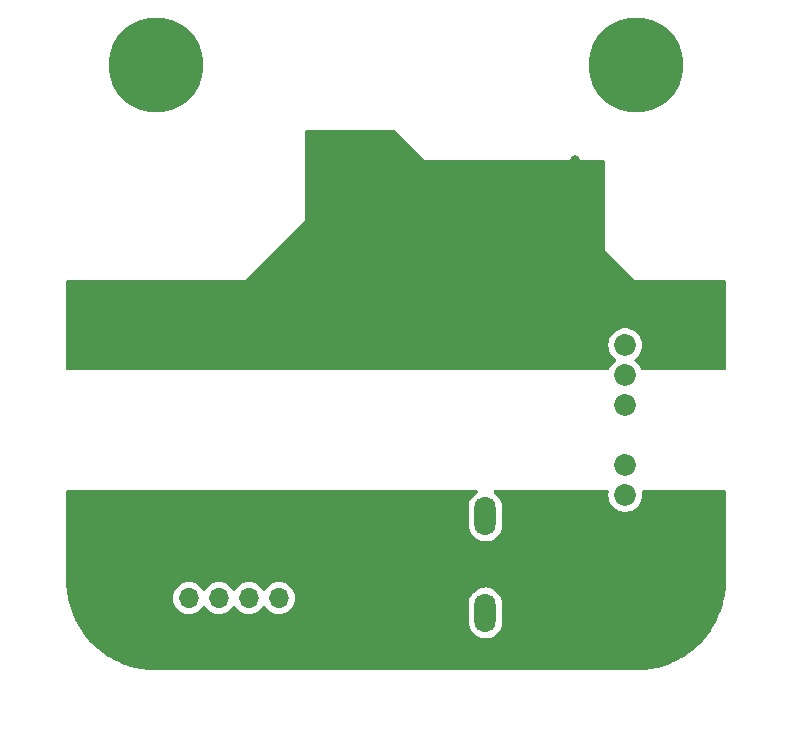
<source format=gbr>
%TF.GenerationSoftware,KiCad,Pcbnew,7.0.5*%
%TF.CreationDate,2025-04-14T03:26:47-04:00*%
%TF.ProjectId,okay_this_one_is_not_work,6f6b6179-5f74-4686-9973-5f6f6e655f69,rev?*%
%TF.SameCoordinates,Original*%
%TF.FileFunction,Copper,L2,Bot*%
%TF.FilePolarity,Positive*%
%FSLAX46Y46*%
G04 Gerber Fmt 4.6, Leading zero omitted, Abs format (unit mm)*
G04 Created by KiCad (PCBNEW 7.0.5) date 2025-04-14 03:26:47*
%MOMM*%
%LPD*%
G01*
G04 APERTURE LIST*
G04 Aperture macros list*
%AMRoundRect*
0 Rectangle with rounded corners*
0 $1 Rounding radius*
0 $2 $3 $4 $5 $6 $7 $8 $9 X,Y pos of 4 corners*
0 Add a 4 corners polygon primitive as box body*
4,1,4,$2,$3,$4,$5,$6,$7,$8,$9,$2,$3,0*
0 Add four circle primitives for the rounded corners*
1,1,$1+$1,$2,$3*
1,1,$1+$1,$4,$5*
1,1,$1+$1,$6,$7*
1,1,$1+$1,$8,$9*
0 Add four rect primitives between the rounded corners*
20,1,$1+$1,$2,$3,$4,$5,0*
20,1,$1+$1,$4,$5,$6,$7,0*
20,1,$1+$1,$6,$7,$8,$9,0*
20,1,$1+$1,$8,$9,$2,$3,0*%
G04 Aperture macros list end*
%TA.AperFunction,ComponentPad*%
%ADD10R,1.700000X1.700000*%
%TD*%
%TA.AperFunction,ComponentPad*%
%ADD11O,1.700000X1.700000*%
%TD*%
%TA.AperFunction,ComponentPad*%
%ADD12RoundRect,0.250000X-0.650000X-1.400000X0.650000X-1.400000X0.650000X1.400000X-0.650000X1.400000X0*%
%TD*%
%TA.AperFunction,ComponentPad*%
%ADD13O,1.800000X3.300000*%
%TD*%
%TA.AperFunction,ComponentPad*%
%ADD14C,1.850000*%
%TD*%
%TA.AperFunction,ComponentPad*%
%ADD15R,1.850000X1.850000*%
%TD*%
%TA.AperFunction,ViaPad*%
%ADD16C,0.800000*%
%TD*%
%TA.AperFunction,ViaPad*%
%ADD17C,8.000000*%
%TD*%
G04 APERTURE END LIST*
D10*
%TO.P,J1,1,Pin_1*%
%TO.N,GND*%
X25633975Y-68011322D03*
D11*
%TO.P,J1,2,Pin_2*%
X28173975Y-68011322D03*
%TO.P,J1,3,Pin_3*%
%TO.N,/i_tlm_n*%
X30713975Y-68011322D03*
%TO.P,J1,4,Pin_4*%
%TO.N,/i_tlm_p*%
X33253975Y-68011322D03*
%TO.P,J1,5,Pin_5*%
%TO.N,/i_cmd_n*%
X35793975Y-68011322D03*
%TO.P,J1,6,Pin_6*%
%TO.N,/i_cmd_p*%
X38333975Y-68011322D03*
%TD*%
D12*
%TO.P,J2,1,Pin_1*%
%TO.N,GND*%
X50828198Y-61060500D03*
X50828198Y-69260500D03*
D13*
%TO.P,J2,2,Pin_2*%
%TO.N,+24V*%
X55828198Y-61060500D03*
X55828198Y-69260500D03*
%TD*%
D14*
%TO.P,PS1,8,-Vout*%
%TO.N,/iso_gnd*%
X67664798Y-44045000D03*
%TO.P,PS1,7,Common*%
%TO.N,unconnected-(PS1-Common-Pad7)*%
X67664798Y-46585000D03*
%TO.P,PS1,6,+Vout*%
%TO.N,/iso_12v*%
X67664798Y-49125000D03*
%TO.P,PS1,5,NC*%
%TO.N,unconnected-(PS1-NC-Pad5)*%
X67664798Y-51665000D03*
%TO.P,PS1,3,OnOff*%
%TO.N,unconnected-(PS1-OnOff-Pad3)*%
X67664798Y-56745000D03*
%TO.P,PS1,2,+Vin*%
%TO.N,+24V*%
X67664798Y-59285000D03*
D15*
%TO.P,PS1,1,-Vin*%
%TO.N,GND*%
X67664798Y-61825000D03*
%TD*%
D16*
%TO.N,/iso_gnd*%
X60730598Y-47194600D03*
X56844398Y-47397800D03*
X48157598Y-39574600D03*
X49757798Y-39574600D03*
X48157598Y-46178600D03*
X45617598Y-46178600D03*
X45617598Y-43638600D03*
X55777598Y-36018600D03*
X63397598Y-41098600D03*
X63397598Y-38558600D03*
X60857598Y-41098600D03*
X58317598Y-41098600D03*
X50697598Y-33478600D03*
X50697598Y-38558600D03*
X58317598Y-38558600D03*
X58317598Y-36018600D03*
X60857598Y-38558600D03*
X60857598Y-36018600D03*
X63397598Y-30938600D03*
X63397598Y-36018600D03*
X63397598Y-33478600D03*
X71017598Y-46178600D03*
X73557598Y-46178600D03*
X73557598Y-43638600D03*
X71017598Y-43638600D03*
X40537598Y-38558600D03*
X37997598Y-41098600D03*
X37997598Y-43638600D03*
X35457598Y-43638600D03*
X22757598Y-46178600D03*
X25297598Y-46178600D03*
X25297598Y-43638600D03*
X22757598Y-43638600D03*
%TO.N,GND*%
X60857598Y-69038600D03*
X58317598Y-69038600D03*
X60857598Y-66498600D03*
X58317598Y-66498600D03*
X53237598Y-71578600D03*
X53237598Y-69038600D03*
X45617598Y-66498600D03*
X48157598Y-71578600D03*
X48157598Y-69038600D03*
X53237598Y-66498600D03*
X53237598Y-63958600D03*
X50697598Y-66498600D03*
X48157598Y-66498600D03*
X50697598Y-63958600D03*
X48157598Y-63958600D03*
X45617598Y-69038600D03*
X43077598Y-69038600D03*
X45617598Y-71578600D03*
X43077598Y-71578600D03*
X40537598Y-71578600D03*
X37997598Y-71578600D03*
X35457598Y-71578600D03*
X32917598Y-71578600D03*
X30377598Y-71578600D03*
X27837598Y-71578600D03*
X22757598Y-63958600D03*
X25297598Y-63958600D03*
X25297598Y-61418600D03*
X22757598Y-61418600D03*
X71017598Y-63958600D03*
X71017598Y-61418600D03*
X73557598Y-63958600D03*
X73557598Y-61418600D03*
D17*
%TO.N,/to_eload*%
X68580000Y-22860000D03*
%TO.N,/from_dut*%
X27940000Y-22860000D03*
%TD*%
%TA.AperFunction,Conductor*%
%TO.N,GND*%
G36*
X55111756Y-58898285D02*
G01*
X55157511Y-58951089D01*
X55167455Y-59020247D01*
X55138430Y-59083803D01*
X55109733Y-59108187D01*
X55023698Y-59161161D01*
X54992401Y-59180432D01*
X54813443Y-59337935D01*
X54741127Y-59427497D01*
X54663675Y-59523420D01*
X54663673Y-59523422D01*
X54663674Y-59523422D01*
X54547408Y-59731544D01*
X54467986Y-59956329D01*
X54427698Y-60191290D01*
X54427698Y-61870015D01*
X54442850Y-62048036D01*
X54502922Y-62278748D01*
X54601117Y-62495980D01*
X54601122Y-62495988D01*
X54734611Y-62693493D01*
X54734616Y-62693498D01*
X54734619Y-62693503D01*
X54899577Y-62865618D01*
X55091251Y-63007379D01*
X55304124Y-63114707D01*
X55532075Y-63184516D01*
X55768544Y-63214798D01*
X56006730Y-63204680D01*
X56239779Y-63154454D01*
X56460988Y-63065564D01*
X56663993Y-62940569D01*
X56842953Y-62783064D01*
X56992721Y-62597580D01*
X57108988Y-62389454D01*
X57188409Y-62164671D01*
X57208408Y-62048036D01*
X57228697Y-61929709D01*
X57228698Y-61929698D01*
X57228698Y-60251003D01*
X57228697Y-60250984D01*
X57213545Y-60072963D01*
X57153473Y-59842251D01*
X57055278Y-59625019D01*
X57055273Y-59625011D01*
X56921784Y-59427506D01*
X56921780Y-59427501D01*
X56921777Y-59427497D01*
X56756819Y-59255382D01*
X56565145Y-59113621D01*
X56565142Y-59113619D01*
X56565140Y-59113618D01*
X56564556Y-59113324D01*
X56564352Y-59113133D01*
X56560660Y-59110860D01*
X56561122Y-59110108D01*
X56513555Y-59065568D01*
X56496470Y-58997819D01*
X56518725Y-58931588D01*
X56573254Y-58887903D01*
X56620378Y-58878600D01*
X66137901Y-58878600D01*
X66204940Y-58898285D01*
X66250695Y-58951089D01*
X66260639Y-59020247D01*
X66258107Y-59033040D01*
X66253921Y-59049569D01*
X66234413Y-59284994D01*
X66234413Y-59285005D01*
X66253921Y-59520430D01*
X66311915Y-59749445D01*
X66406811Y-59965787D01*
X66536023Y-60163562D01*
X66696021Y-60337364D01*
X66696025Y-60337368D01*
X66882452Y-60482470D01*
X67090219Y-60594908D01*
X67313659Y-60671616D01*
X67546678Y-60710500D01*
X67546679Y-60710500D01*
X67782917Y-60710500D01*
X67782918Y-60710500D01*
X68015937Y-60671616D01*
X68239377Y-60594908D01*
X68447144Y-60482470D01*
X68633571Y-60337368D01*
X68793573Y-60163561D01*
X68922784Y-59965788D01*
X69017681Y-59749445D01*
X69075674Y-59520434D01*
X69095183Y-59285000D01*
X69075674Y-59049566D01*
X69071489Y-59033039D01*
X69074114Y-58963220D01*
X69114071Y-58905902D01*
X69178672Y-58879286D01*
X69191695Y-58878600D01*
X76075500Y-58878600D01*
X76142539Y-58898285D01*
X76188294Y-58951089D01*
X76199500Y-59002600D01*
X76199500Y-66497532D01*
X76199464Y-66499649D01*
X76188510Y-66820279D01*
X76181338Y-67021092D01*
X76181053Y-67025220D01*
X76151410Y-67313560D01*
X76125957Y-67550310D01*
X76125410Y-67554218D01*
X76077422Y-67832542D01*
X76033798Y-68074337D01*
X76033020Y-68078008D01*
X75966852Y-68349530D01*
X75905319Y-68590614D01*
X75904340Y-68594038D01*
X75820271Y-68858918D01*
X75741150Y-69096639D01*
X75739999Y-69099805D01*
X75638404Y-69357434D01*
X75542076Y-69589990D01*
X75540786Y-69592892D01*
X75422392Y-69841839D01*
X75421843Y-69842963D01*
X75309109Y-70068176D01*
X75307710Y-70070811D01*
X75172820Y-70310714D01*
X75172098Y-70311964D01*
X75043359Y-70528942D01*
X75041881Y-70531309D01*
X74891108Y-70761181D01*
X74890193Y-70762537D01*
X74746138Y-70970015D01*
X74744612Y-70972118D01*
X74578645Y-71190978D01*
X74577519Y-71192418D01*
X74418904Y-71389249D01*
X74417358Y-71391093D01*
X74236911Y-71598037D01*
X74235559Y-71599538D01*
X74063246Y-71784616D01*
X74061709Y-71786209D01*
X73867609Y-71980309D01*
X73866016Y-71981846D01*
X73680938Y-72154159D01*
X73679437Y-72155511D01*
X73472493Y-72335958D01*
X73470649Y-72337504D01*
X73273818Y-72496119D01*
X73272378Y-72497245D01*
X73053518Y-72663212D01*
X73051415Y-72664738D01*
X72843937Y-72808793D01*
X72842581Y-72809708D01*
X72612709Y-72960481D01*
X72610342Y-72961959D01*
X72393364Y-73090698D01*
X72392114Y-73091420D01*
X72152211Y-73226310D01*
X72149576Y-73227709D01*
X71924363Y-73340443D01*
X71923239Y-73340992D01*
X71674292Y-73459386D01*
X71671390Y-73460676D01*
X71438834Y-73557004D01*
X71181205Y-73658599D01*
X71178039Y-73659750D01*
X70940318Y-73738871D01*
X70675438Y-73822940D01*
X70672014Y-73823919D01*
X70430930Y-73885452D01*
X70159408Y-73951620D01*
X70155737Y-73952398D01*
X69913942Y-73996022D01*
X69635618Y-74044010D01*
X69631710Y-74044557D01*
X69394960Y-74070010D01*
X69106620Y-74099653D01*
X69102492Y-74099938D01*
X68901870Y-74107103D01*
X68581049Y-74118064D01*
X68578932Y-74118100D01*
X27941067Y-74118100D01*
X27938950Y-74118064D01*
X27619188Y-74107139D01*
X27619141Y-74107139D01*
X27619097Y-74107137D01*
X27618616Y-74107120D01*
X27618225Y-74107107D01*
X27618225Y-74107106D01*
X27417506Y-74099938D01*
X27413378Y-74099653D01*
X27125144Y-74070021D01*
X26888288Y-74044558D01*
X26884379Y-74044011D01*
X26605989Y-73996011D01*
X26364262Y-73952397D01*
X26360591Y-73951620D01*
X26089030Y-73885443D01*
X25935562Y-73846273D01*
X25847991Y-73823922D01*
X25844585Y-73822948D01*
X25579671Y-73738868D01*
X25471257Y-73702784D01*
X25341961Y-73659750D01*
X25338795Y-73658600D01*
X25081155Y-73557001D01*
X24848614Y-73460679D01*
X24845712Y-73459389D01*
X24596746Y-73340985D01*
X24595622Y-73340437D01*
X24370423Y-73227710D01*
X24367789Y-73226311D01*
X24127884Y-73091420D01*
X24126634Y-73090698D01*
X24029960Y-73033338D01*
X23909632Y-72961945D01*
X23907273Y-72960472D01*
X23677434Y-72809720D01*
X23676078Y-72808805D01*
X23468595Y-72664747D01*
X23466492Y-72663221D01*
X23247605Y-72497234D01*
X23246165Y-72496108D01*
X23049340Y-72337497D01*
X23047531Y-72335980D01*
X22840560Y-72155511D01*
X22839075Y-72154173D01*
X22653982Y-71981846D01*
X22652417Y-71980336D01*
X22458261Y-71786180D01*
X22456752Y-71784616D01*
X22284425Y-71599523D01*
X22283073Y-71598022D01*
X22102610Y-71391058D01*
X22101116Y-71389276D01*
X21942478Y-71192418D01*
X21941364Y-71190993D01*
X21903126Y-71140569D01*
X21775373Y-70972100D01*
X21773851Y-70970003D01*
X21629793Y-70762520D01*
X21628897Y-70761192D01*
X21478107Y-70531294D01*
X21476669Y-70528991D01*
X21347877Y-70311924D01*
X21347178Y-70310714D01*
X21212287Y-70070809D01*
X21211865Y-70070015D01*
X54427698Y-70070015D01*
X54442850Y-70248036D01*
X54502922Y-70478748D01*
X54601117Y-70695980D01*
X54601122Y-70695988D01*
X54734611Y-70893493D01*
X54734616Y-70893498D01*
X54734619Y-70893503D01*
X54899577Y-71065618D01*
X55091251Y-71207379D01*
X55304124Y-71314707D01*
X55532075Y-71384516D01*
X55768544Y-71414798D01*
X56006730Y-71404680D01*
X56239779Y-71354454D01*
X56460988Y-71265564D01*
X56663993Y-71140569D01*
X56842953Y-70983064D01*
X56992721Y-70797580D01*
X57108988Y-70589454D01*
X57188409Y-70364671D01*
X57210529Y-70235663D01*
X57228697Y-70129709D01*
X57228698Y-70129698D01*
X57228698Y-68451003D01*
X57228697Y-68450984D01*
X57213545Y-68272963D01*
X57153473Y-68042251D01*
X57055278Y-67825019D01*
X57055273Y-67825011D01*
X56921784Y-67627506D01*
X56921780Y-67627501D01*
X56921777Y-67627497D01*
X56756819Y-67455382D01*
X56565145Y-67313621D01*
X56352272Y-67206293D01*
X56222481Y-67166545D01*
X56124319Y-67136483D01*
X55887845Y-67106201D01*
X55649669Y-67116319D01*
X55649665Y-67116319D01*
X55416617Y-67166545D01*
X55195409Y-67255435D01*
X54992401Y-67380432D01*
X54813443Y-67537935D01*
X54803419Y-67550350D01*
X54663675Y-67723420D01*
X54663673Y-67723422D01*
X54663674Y-67723422D01*
X54547408Y-67931544D01*
X54467986Y-68156329D01*
X54427698Y-68391290D01*
X54427698Y-70070015D01*
X21211865Y-70070015D01*
X21210888Y-70068175D01*
X21098136Y-69842926D01*
X21097613Y-69841852D01*
X21065053Y-69773388D01*
X20979197Y-69592859D01*
X20977922Y-69589990D01*
X20881594Y-69357434D01*
X20779998Y-69099803D01*
X20778849Y-69096639D01*
X20699728Y-68858918D01*
X20615637Y-68593968D01*
X20614689Y-68590654D01*
X20553165Y-68349605D01*
X20486974Y-68077990D01*
X20486201Y-68074336D01*
X20474832Y-68011322D01*
X29358316Y-68011322D01*
X29378911Y-68246725D01*
X29378913Y-68246735D01*
X29440069Y-68474977D01*
X29440071Y-68474981D01*
X29440072Y-68474985D01*
X29519979Y-68646345D01*
X29539940Y-68689152D01*
X29539942Y-68689156D01*
X29648256Y-68843843D01*
X29675480Y-68882723D01*
X29842574Y-69049817D01*
X29913964Y-69099805D01*
X30036140Y-69185354D01*
X30036142Y-69185355D01*
X30036145Y-69185357D01*
X30250312Y-69285225D01*
X30478567Y-69346385D01*
X30666893Y-69362861D01*
X30713974Y-69366981D01*
X30713975Y-69366981D01*
X30713976Y-69366981D01*
X30753209Y-69363548D01*
X30949383Y-69346385D01*
X31177638Y-69285225D01*
X31391805Y-69185357D01*
X31585376Y-69049817D01*
X31752470Y-68882723D01*
X31882399Y-68697164D01*
X31936977Y-68653539D01*
X32006475Y-68646345D01*
X32068830Y-68677868D01*
X32085550Y-68697164D01*
X32215475Y-68882717D01*
X32215480Y-68882723D01*
X32382574Y-69049817D01*
X32453964Y-69099805D01*
X32576140Y-69185354D01*
X32576142Y-69185355D01*
X32576145Y-69185357D01*
X32790312Y-69285225D01*
X33018567Y-69346385D01*
X33206893Y-69362861D01*
X33253974Y-69366981D01*
X33253975Y-69366981D01*
X33253976Y-69366981D01*
X33293209Y-69363548D01*
X33489383Y-69346385D01*
X33717638Y-69285225D01*
X33931805Y-69185357D01*
X34125376Y-69049817D01*
X34292470Y-68882723D01*
X34422399Y-68697164D01*
X34476977Y-68653539D01*
X34546475Y-68646345D01*
X34608830Y-68677868D01*
X34625550Y-68697164D01*
X34755475Y-68882717D01*
X34755480Y-68882723D01*
X34922574Y-69049817D01*
X34993964Y-69099805D01*
X35116140Y-69185354D01*
X35116142Y-69185355D01*
X35116145Y-69185357D01*
X35330312Y-69285225D01*
X35558567Y-69346385D01*
X35746893Y-69362861D01*
X35793974Y-69366981D01*
X35793975Y-69366981D01*
X35793976Y-69366981D01*
X35833209Y-69363548D01*
X36029383Y-69346385D01*
X36257638Y-69285225D01*
X36471805Y-69185357D01*
X36665376Y-69049817D01*
X36832470Y-68882723D01*
X36962399Y-68697164D01*
X37016977Y-68653539D01*
X37086475Y-68646345D01*
X37148830Y-68677868D01*
X37165550Y-68697164D01*
X37295475Y-68882717D01*
X37295480Y-68882723D01*
X37462574Y-69049817D01*
X37533964Y-69099805D01*
X37656140Y-69185354D01*
X37656142Y-69185355D01*
X37656145Y-69185357D01*
X37870312Y-69285225D01*
X38098567Y-69346385D01*
X38286893Y-69362861D01*
X38333974Y-69366981D01*
X38333975Y-69366981D01*
X38333976Y-69366981D01*
X38373209Y-69363548D01*
X38569383Y-69346385D01*
X38797638Y-69285225D01*
X39011805Y-69185357D01*
X39205376Y-69049817D01*
X39372470Y-68882723D01*
X39508010Y-68689152D01*
X39607878Y-68474985D01*
X39669038Y-68246730D01*
X39689634Y-68011322D01*
X39669038Y-67775914D01*
X39609636Y-67554219D01*
X39607880Y-67547666D01*
X39607879Y-67547665D01*
X39607878Y-67547659D01*
X39508010Y-67333493D01*
X39502400Y-67325480D01*
X39372469Y-67139919D01*
X39205377Y-66972828D01*
X39205370Y-66972823D01*
X39011809Y-66837289D01*
X39011805Y-66837287D01*
X38843755Y-66758924D01*
X38797638Y-66737419D01*
X38797634Y-66737418D01*
X38797630Y-66737416D01*
X38569388Y-66676260D01*
X38569378Y-66676258D01*
X38333976Y-66655663D01*
X38333974Y-66655663D01*
X38098571Y-66676258D01*
X38098561Y-66676260D01*
X37870319Y-66737416D01*
X37870310Y-66737420D01*
X37656146Y-66837286D01*
X37656144Y-66837287D01*
X37462572Y-66972827D01*
X37295480Y-67139919D01*
X37165550Y-67325480D01*
X37110973Y-67369105D01*
X37041475Y-67376299D01*
X36979120Y-67344776D01*
X36962400Y-67325480D01*
X36832469Y-67139919D01*
X36665377Y-66972828D01*
X36665370Y-66972823D01*
X36471809Y-66837289D01*
X36471805Y-66837287D01*
X36303755Y-66758924D01*
X36257638Y-66737419D01*
X36257634Y-66737418D01*
X36257630Y-66737416D01*
X36029388Y-66676260D01*
X36029378Y-66676258D01*
X35793976Y-66655663D01*
X35793974Y-66655663D01*
X35558571Y-66676258D01*
X35558561Y-66676260D01*
X35330319Y-66737416D01*
X35330310Y-66737420D01*
X35116146Y-66837286D01*
X35116144Y-66837287D01*
X34922572Y-66972827D01*
X34755480Y-67139919D01*
X34625550Y-67325480D01*
X34570973Y-67369105D01*
X34501475Y-67376299D01*
X34439120Y-67344776D01*
X34422400Y-67325480D01*
X34292469Y-67139919D01*
X34125377Y-66972828D01*
X34125370Y-66972823D01*
X33931809Y-66837289D01*
X33931805Y-66837287D01*
X33763755Y-66758924D01*
X33717638Y-66737419D01*
X33717634Y-66737418D01*
X33717630Y-66737416D01*
X33489388Y-66676260D01*
X33489378Y-66676258D01*
X33253976Y-66655663D01*
X33253974Y-66655663D01*
X33018571Y-66676258D01*
X33018561Y-66676260D01*
X32790319Y-66737416D01*
X32790310Y-66737420D01*
X32576146Y-66837286D01*
X32576144Y-66837287D01*
X32382572Y-66972827D01*
X32215480Y-67139919D01*
X32085550Y-67325480D01*
X32030973Y-67369105D01*
X31961475Y-67376299D01*
X31899120Y-67344776D01*
X31882400Y-67325480D01*
X31752469Y-67139919D01*
X31585377Y-66972828D01*
X31585370Y-66972823D01*
X31391809Y-66837289D01*
X31391805Y-66837287D01*
X31223755Y-66758924D01*
X31177638Y-66737419D01*
X31177634Y-66737418D01*
X31177630Y-66737416D01*
X30949388Y-66676260D01*
X30949378Y-66676258D01*
X30713976Y-66655663D01*
X30713974Y-66655663D01*
X30478571Y-66676258D01*
X30478561Y-66676260D01*
X30250319Y-66737416D01*
X30250310Y-66737420D01*
X30036146Y-66837286D01*
X30036144Y-66837287D01*
X29842572Y-66972827D01*
X29675480Y-67139919D01*
X29539940Y-67333491D01*
X29539939Y-67333493D01*
X29440073Y-67547657D01*
X29440069Y-67547666D01*
X29378913Y-67775908D01*
X29378911Y-67775918D01*
X29358316Y-68011321D01*
X29358316Y-68011322D01*
X20474832Y-68011322D01*
X20460438Y-67931544D01*
X20442600Y-67832682D01*
X20394581Y-67554179D01*
X20394045Y-67550350D01*
X20368577Y-67313454D01*
X20364969Y-67278359D01*
X20338942Y-67025180D01*
X20338661Y-67021118D01*
X20331489Y-66820278D01*
X20320536Y-66499649D01*
X20320500Y-66497533D01*
X20320500Y-59002600D01*
X20340185Y-58935561D01*
X20392989Y-58889806D01*
X20444500Y-58878600D01*
X55044717Y-58878600D01*
X55111756Y-58898285D01*
G37*
%TD.AperFunction*%
%TD*%
%TA.AperFunction,Conductor*%
%TO.N,/iso_gnd*%
G36*
X48173275Y-28418285D02*
G01*
X48193917Y-28434919D01*
X50697598Y-30938600D01*
X65813598Y-30938600D01*
X65880637Y-30958285D01*
X65926392Y-31011089D01*
X65937598Y-31062600D01*
X65937598Y-38558600D01*
X68477598Y-41098600D01*
X76075500Y-41098600D01*
X76142539Y-41118285D01*
X76188294Y-41171089D01*
X76199500Y-41222600D01*
X76199500Y-48594600D01*
X76179815Y-48661639D01*
X76127011Y-48707394D01*
X76075500Y-48718600D01*
X69124155Y-48718600D01*
X69057116Y-48698915D01*
X69011361Y-48646111D01*
X69010599Y-48644410D01*
X68922784Y-48444212D01*
X68793572Y-48246437D01*
X68633574Y-48072635D01*
X68633564Y-48072626D01*
X68479680Y-47952853D01*
X68438867Y-47896143D01*
X68435192Y-47826370D01*
X68469824Y-47765687D01*
X68479680Y-47757147D01*
X68577966Y-47680647D01*
X68633571Y-47637368D01*
X68793573Y-47463561D01*
X68922784Y-47265788D01*
X69017681Y-47049445D01*
X69075674Y-46820434D01*
X69095183Y-46585000D01*
X69075674Y-46349566D01*
X69017681Y-46120555D01*
X68922784Y-45904212D01*
X68793573Y-45706439D01*
X68793572Y-45706437D01*
X68633574Y-45532635D01*
X68633573Y-45532634D01*
X68633571Y-45532632D01*
X68540357Y-45460080D01*
X68447146Y-45387531D01*
X68239378Y-45275092D01*
X68239369Y-45275089D01*
X68015939Y-45198384D01*
X67860590Y-45172461D01*
X67782918Y-45159500D01*
X67546678Y-45159500D01*
X67488423Y-45169220D01*
X67313656Y-45198384D01*
X67090226Y-45275089D01*
X67090217Y-45275092D01*
X66882449Y-45387531D01*
X66696026Y-45532631D01*
X66696021Y-45532635D01*
X66536023Y-45706437D01*
X66406811Y-45904212D01*
X66311915Y-46120554D01*
X66253921Y-46349569D01*
X66234413Y-46584994D01*
X66234413Y-46585005D01*
X66253921Y-46820430D01*
X66311915Y-47049445D01*
X66406811Y-47265787D01*
X66536023Y-47463562D01*
X66696021Y-47637364D01*
X66696031Y-47637373D01*
X66849916Y-47757147D01*
X66890729Y-47813857D01*
X66894404Y-47883630D01*
X66859772Y-47944313D01*
X66849916Y-47952853D01*
X66696031Y-48072626D01*
X66696021Y-48072635D01*
X66536023Y-48246437D01*
X66406811Y-48444212D01*
X66318997Y-48644410D01*
X66274041Y-48697896D01*
X66207305Y-48718586D01*
X66205441Y-48718600D01*
X20444500Y-48718600D01*
X20377461Y-48698915D01*
X20331706Y-48646111D01*
X20320500Y-48594600D01*
X20320500Y-41222600D01*
X20340185Y-41155561D01*
X20392989Y-41109806D01*
X20444500Y-41098600D01*
X35457598Y-41098600D01*
X40537598Y-36018600D01*
X40537598Y-28522600D01*
X40557283Y-28455561D01*
X40610087Y-28409806D01*
X40661598Y-28398600D01*
X48106236Y-28398600D01*
X48173275Y-28418285D01*
G37*
%TD.AperFunction*%
%TD*%
M02*

</source>
